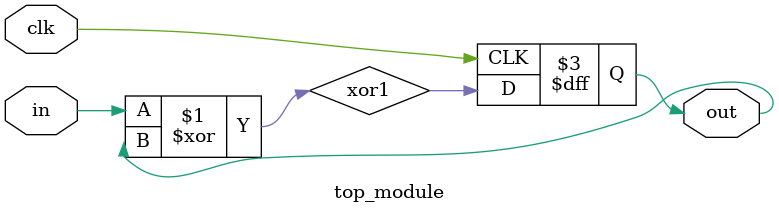
<source format=v>
module top_module (
    input clk,
    input in, 
    output out);

    
    wire xor1;
    reg q;
    
    assign xor1 = in ^ out;
    
    always @(posedge clk) begin
        out <= xor1;

    end
    
endmodule

</source>
